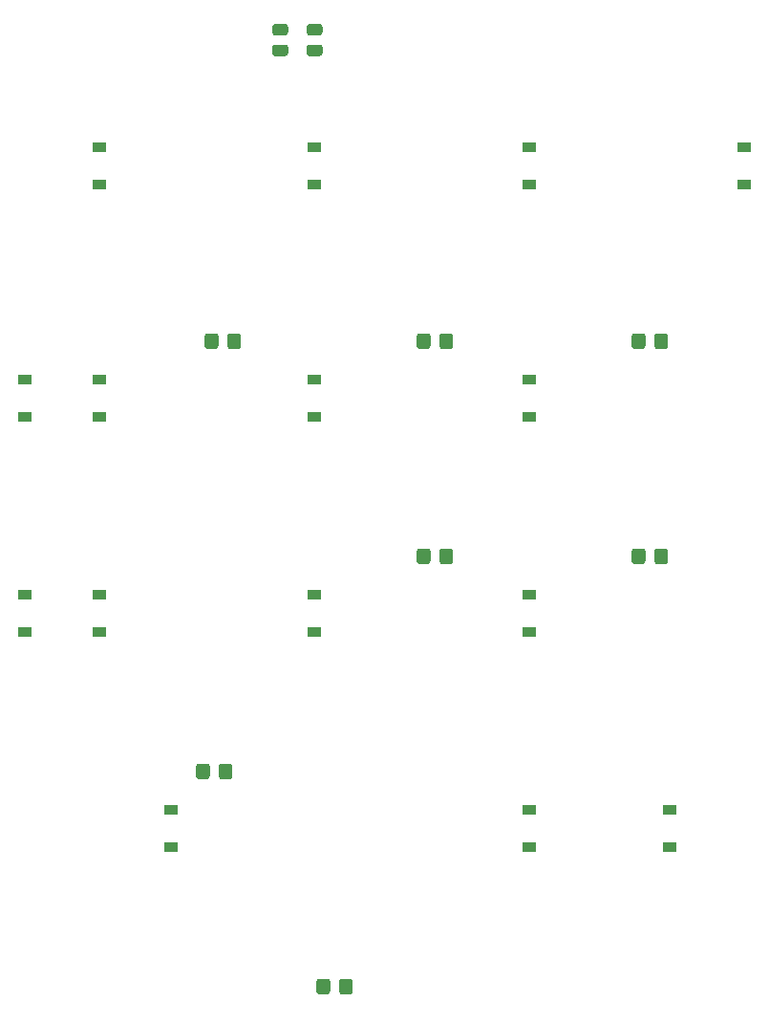
<source format=gbp>
G04 #@! TF.GenerationSoftware,KiCad,Pcbnew,(5.1.9)-1*
G04 #@! TF.CreationDate,2021-06-17T16:50:29+01:00*
G04 #@! TF.ProjectId,AutoPilot,4175746f-5069-46c6-9f74-2e6b69636164,0.3*
G04 #@! TF.SameCoordinates,Original*
G04 #@! TF.FileFunction,Paste,Bot*
G04 #@! TF.FilePolarity,Positive*
%FSLAX46Y46*%
G04 Gerber Fmt 4.6, Leading zero omitted, Abs format (unit mm)*
G04 Created by KiCad (PCBNEW (5.1.9)-1) date 2021-06-17 16:50:29*
%MOMM*%
%LPD*%
G01*
G04 APERTURE LIST*
%ADD10R,1.200000X0.900000*%
G04 APERTURE END LIST*
G36*
G01*
X124656002Y-64116000D02*
X123755998Y-64116000D01*
G75*
G02*
X123506000Y-63866002I0J249998D01*
G01*
X123506000Y-63340998D01*
G75*
G02*
X123755998Y-63091000I249998J0D01*
G01*
X124656002Y-63091000D01*
G75*
G02*
X124906000Y-63340998I0J-249998D01*
G01*
X124906000Y-63866002D01*
G75*
G02*
X124656002Y-64116000I-249998J0D01*
G01*
G37*
G36*
G01*
X124656002Y-65941000D02*
X123755998Y-65941000D01*
G75*
G02*
X123506000Y-65691002I0J249998D01*
G01*
X123506000Y-65165998D01*
G75*
G02*
X123755998Y-64916000I249998J0D01*
G01*
X124656002Y-64916000D01*
G75*
G02*
X124906000Y-65165998I0J-249998D01*
G01*
X124906000Y-65691002D01*
G75*
G02*
X124656002Y-65941000I-249998J0D01*
G01*
G37*
G36*
G01*
X121608002Y-64116000D02*
X120707998Y-64116000D01*
G75*
G02*
X120458000Y-63866002I0J249998D01*
G01*
X120458000Y-63340998D01*
G75*
G02*
X120707998Y-63091000I249998J0D01*
G01*
X121608002Y-63091000D01*
G75*
G02*
X121858000Y-63340998I0J-249998D01*
G01*
X121858000Y-63866002D01*
G75*
G02*
X121608002Y-64116000I-249998J0D01*
G01*
G37*
G36*
G01*
X121608002Y-65941000D02*
X120707998Y-65941000D01*
G75*
G02*
X120458000Y-65691002I0J249998D01*
G01*
X120458000Y-65165998D01*
G75*
G02*
X120707998Y-64916000I249998J0D01*
G01*
X121608002Y-64916000D01*
G75*
G02*
X121858000Y-65165998I0J-249998D01*
G01*
X121858000Y-65691002D01*
G75*
G02*
X121608002Y-65941000I-249998J0D01*
G01*
G37*
D10*
X98552000Y-116966000D03*
X98552000Y-113666000D03*
X98552000Y-97916000D03*
X98552000Y-94616000D03*
X155702000Y-136016000D03*
X155702000Y-132716000D03*
X162306000Y-77342000D03*
X162306000Y-74042000D03*
X143256000Y-136016000D03*
X143256000Y-132716000D03*
X111506000Y-136016000D03*
X111506000Y-132716000D03*
X143256000Y-116966000D03*
X143256000Y-113666000D03*
X124206000Y-116966000D03*
X124206000Y-113666000D03*
X105156000Y-116966000D03*
X105156000Y-113666000D03*
X143256000Y-97916000D03*
X143256000Y-94616000D03*
X124206000Y-97916000D03*
X124206000Y-94616000D03*
X105156000Y-97916000D03*
X105156000Y-94616000D03*
X143256000Y-77342000D03*
X143256000Y-74042000D03*
X124206000Y-77342000D03*
X124206000Y-74042000D03*
X105156000Y-77342000D03*
X105156000Y-74042000D03*
G36*
G01*
X115716000Y-129736001D02*
X115716000Y-128835999D01*
G75*
G02*
X115965999Y-128586000I249999J0D01*
G01*
X116666001Y-128586000D01*
G75*
G02*
X116916000Y-128835999I0J-249999D01*
G01*
X116916000Y-129736001D01*
G75*
G02*
X116666001Y-129986000I-249999J0D01*
G01*
X115965999Y-129986000D01*
G75*
G02*
X115716000Y-129736001I0J249999D01*
G01*
G37*
G36*
G01*
X113716000Y-129736001D02*
X113716000Y-128835999D01*
G75*
G02*
X113965999Y-128586000I249999J0D01*
G01*
X114666001Y-128586000D01*
G75*
G02*
X114916000Y-128835999I0J-249999D01*
G01*
X114916000Y-129736001D01*
G75*
G02*
X114666001Y-129986000I-249999J0D01*
G01*
X113965999Y-129986000D01*
G75*
G02*
X113716000Y-129736001I0J249999D01*
G01*
G37*
G36*
G01*
X135274000Y-110686001D02*
X135274000Y-109785999D01*
G75*
G02*
X135523999Y-109536000I249999J0D01*
G01*
X136224001Y-109536000D01*
G75*
G02*
X136474000Y-109785999I0J-249999D01*
G01*
X136474000Y-110686001D01*
G75*
G02*
X136224001Y-110936000I-249999J0D01*
G01*
X135523999Y-110936000D01*
G75*
G02*
X135274000Y-110686001I0J249999D01*
G01*
G37*
G36*
G01*
X133274000Y-110686001D02*
X133274000Y-109785999D01*
G75*
G02*
X133523999Y-109536000I249999J0D01*
G01*
X134224001Y-109536000D01*
G75*
G02*
X134474000Y-109785999I0J-249999D01*
G01*
X134474000Y-110686001D01*
G75*
G02*
X134224001Y-110936000I-249999J0D01*
G01*
X133523999Y-110936000D01*
G75*
G02*
X133274000Y-110686001I0J249999D01*
G01*
G37*
G36*
G01*
X125584000Y-147885999D02*
X125584000Y-148786001D01*
G75*
G02*
X125334001Y-149036000I-249999J0D01*
G01*
X124633999Y-149036000D01*
G75*
G02*
X124384000Y-148786001I0J249999D01*
G01*
X124384000Y-147885999D01*
G75*
G02*
X124633999Y-147636000I249999J0D01*
G01*
X125334001Y-147636000D01*
G75*
G02*
X125584000Y-147885999I0J-249999D01*
G01*
G37*
G36*
G01*
X127584000Y-147885999D02*
X127584000Y-148786001D01*
G75*
G02*
X127334001Y-149036000I-249999J0D01*
G01*
X126633999Y-149036000D01*
G75*
G02*
X126384000Y-148786001I0J249999D01*
G01*
X126384000Y-147885999D01*
G75*
G02*
X126633999Y-147636000I249999J0D01*
G01*
X127334001Y-147636000D01*
G75*
G02*
X127584000Y-147885999I0J-249999D01*
G01*
G37*
G36*
G01*
X153524000Y-109785999D02*
X153524000Y-110686001D01*
G75*
G02*
X153274001Y-110936000I-249999J0D01*
G01*
X152573999Y-110936000D01*
G75*
G02*
X152324000Y-110686001I0J249999D01*
G01*
X152324000Y-109785999D01*
G75*
G02*
X152573999Y-109536000I249999J0D01*
G01*
X153274001Y-109536000D01*
G75*
G02*
X153524000Y-109785999I0J-249999D01*
G01*
G37*
G36*
G01*
X155524000Y-109785999D02*
X155524000Y-110686001D01*
G75*
G02*
X155274001Y-110936000I-249999J0D01*
G01*
X154573999Y-110936000D01*
G75*
G02*
X154324000Y-110686001I0J249999D01*
G01*
X154324000Y-109785999D01*
G75*
G02*
X154573999Y-109536000I249999J0D01*
G01*
X155274001Y-109536000D01*
G75*
G02*
X155524000Y-109785999I0J-249999D01*
G01*
G37*
G36*
G01*
X154324000Y-91636001D02*
X154324000Y-90735999D01*
G75*
G02*
X154573999Y-90486000I249999J0D01*
G01*
X155274001Y-90486000D01*
G75*
G02*
X155524000Y-90735999I0J-249999D01*
G01*
X155524000Y-91636001D01*
G75*
G02*
X155274001Y-91886000I-249999J0D01*
G01*
X154573999Y-91886000D01*
G75*
G02*
X154324000Y-91636001I0J249999D01*
G01*
G37*
G36*
G01*
X152324000Y-91636001D02*
X152324000Y-90735999D01*
G75*
G02*
X152573999Y-90486000I249999J0D01*
G01*
X153274001Y-90486000D01*
G75*
G02*
X153524000Y-90735999I0J-249999D01*
G01*
X153524000Y-91636001D01*
G75*
G02*
X153274001Y-91886000I-249999J0D01*
G01*
X152573999Y-91886000D01*
G75*
G02*
X152324000Y-91636001I0J249999D01*
G01*
G37*
G36*
G01*
X134474000Y-90735999D02*
X134474000Y-91636001D01*
G75*
G02*
X134224001Y-91886000I-249999J0D01*
G01*
X133523999Y-91886000D01*
G75*
G02*
X133274000Y-91636001I0J249999D01*
G01*
X133274000Y-90735999D01*
G75*
G02*
X133523999Y-90486000I249999J0D01*
G01*
X134224001Y-90486000D01*
G75*
G02*
X134474000Y-90735999I0J-249999D01*
G01*
G37*
G36*
G01*
X136474000Y-90735999D02*
X136474000Y-91636001D01*
G75*
G02*
X136224001Y-91886000I-249999J0D01*
G01*
X135523999Y-91886000D01*
G75*
G02*
X135274000Y-91636001I0J249999D01*
G01*
X135274000Y-90735999D01*
G75*
G02*
X135523999Y-90486000I249999J0D01*
G01*
X136224001Y-90486000D01*
G75*
G02*
X136474000Y-90735999I0J-249999D01*
G01*
G37*
G36*
G01*
X115678000Y-90735999D02*
X115678000Y-91636001D01*
G75*
G02*
X115428001Y-91886000I-249999J0D01*
G01*
X114727999Y-91886000D01*
G75*
G02*
X114478000Y-91636001I0J249999D01*
G01*
X114478000Y-90735999D01*
G75*
G02*
X114727999Y-90486000I249999J0D01*
G01*
X115428001Y-90486000D01*
G75*
G02*
X115678000Y-90735999I0J-249999D01*
G01*
G37*
G36*
G01*
X117678000Y-90735999D02*
X117678000Y-91636001D01*
G75*
G02*
X117428001Y-91886000I-249999J0D01*
G01*
X116727999Y-91886000D01*
G75*
G02*
X116478000Y-91636001I0J249999D01*
G01*
X116478000Y-90735999D01*
G75*
G02*
X116727999Y-90486000I249999J0D01*
G01*
X117428001Y-90486000D01*
G75*
G02*
X117678000Y-90735999I0J-249999D01*
G01*
G37*
M02*

</source>
